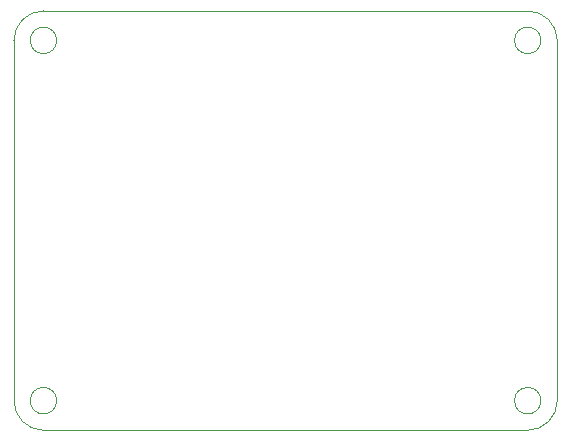
<source format=gm1>
G04 #@! TF.GenerationSoftware,KiCad,Pcbnew,9.0.7*
G04 #@! TF.CreationDate,2026-02-22T02:57:33-08:00*
G04 #@! TF.ProjectId,Cup Cover,43757020-436f-4766-9572-2e6b69636164,rev?*
G04 #@! TF.SameCoordinates,Original*
G04 #@! TF.FileFunction,Profile,NP*
%FSLAX46Y46*%
G04 Gerber Fmt 4.6, Leading zero omitted, Abs format (unit mm)*
G04 Created by KiCad (PCBNEW 9.0.7) date 2026-02-22 02:57:33*
%MOMM*%
%LPD*%
G01*
G04 APERTURE LIST*
G04 #@! TA.AperFunction,Profile*
%ADD10C,0.050000*%
G04 #@! TD*
G04 APERTURE END LIST*
D10*
X55000000Y-71500000D02*
X96000000Y-71500000D01*
X98500000Y-69000000D02*
X98500000Y-38500000D01*
X96000000Y-36000000D02*
X55000000Y-36000000D01*
X52500000Y-38500000D02*
X52500000Y-69000000D01*
X96000000Y-36000000D02*
G75*
G02*
X98500000Y-38500000I0J-2500000D01*
G01*
X52500000Y-38500000D02*
G75*
G02*
X55000000Y-36000000I2500000J0D01*
G01*
X56118034Y-38500000D02*
G75*
G02*
X53881966Y-38500000I-1118034J0D01*
G01*
X53881966Y-38500000D02*
G75*
G02*
X56118034Y-38500000I1118034J0D01*
G01*
X98500000Y-69000000D02*
G75*
G02*
X96000000Y-71500000I-2500000J0D01*
G01*
X55000000Y-71500000D02*
G75*
G02*
X52500000Y-69000000I0J2500000D01*
G01*
X97118034Y-38500000D02*
G75*
G02*
X94881966Y-38500000I-1118034J0D01*
G01*
X94881966Y-38500000D02*
G75*
G02*
X97118034Y-38500000I1118034J0D01*
G01*
X97118034Y-69000000D02*
G75*
G02*
X94881966Y-69000000I-1118034J0D01*
G01*
X94881966Y-69000000D02*
G75*
G02*
X97118034Y-69000000I1118034J0D01*
G01*
X56118034Y-69000000D02*
G75*
G02*
X53881966Y-69000000I-1118034J0D01*
G01*
X53881966Y-69000000D02*
G75*
G02*
X56118034Y-69000000I1118034J0D01*
G01*
M02*

</source>
